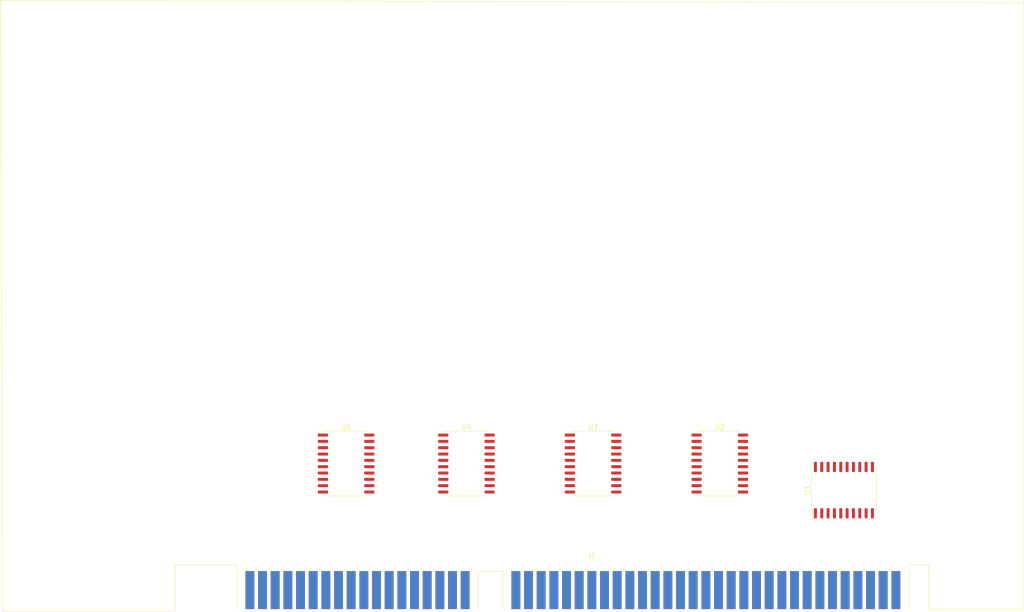
<source format=kicad_pcb>
(kicad_pcb (version 20171130) (host pcbnew "(5.1.5)-3")

  (general
    (thickness 1.6)
    (drawings 11)
    (tracks 0)
    (zones 0)
    (modules 6)
    (nets 191)
  )

  (page A4)
  (layers
    (0 F.Cu signal)
    (31 B.Cu signal)
    (32 B.Adhes user)
    (33 F.Adhes user)
    (34 B.Paste user)
    (35 F.Paste user)
    (36 B.SilkS user)
    (37 F.SilkS user)
    (38 B.Mask user)
    (39 F.Mask user)
    (40 Dwgs.User user)
    (41 Cmts.User user)
    (42 Eco1.User user)
    (43 Eco2.User user)
    (44 Edge.Cuts user)
    (45 Margin user)
    (46 B.CrtYd user)
    (47 F.CrtYd user)
    (48 B.Fab user)
    (49 F.Fab user)
  )

  (setup
    (last_trace_width 0.25)
    (trace_clearance 0.2)
    (zone_clearance 0.508)
    (zone_45_only no)
    (trace_min 0.2)
    (via_size 0.8)
    (via_drill 0.4)
    (via_min_size 0.4)
    (via_min_drill 0.3)
    (uvia_size 0.3)
    (uvia_drill 0.1)
    (uvias_allowed no)
    (uvia_min_size 0.2)
    (uvia_min_drill 0.1)
    (edge_width 0.05)
    (segment_width 0.2)
    (pcb_text_width 0.3)
    (pcb_text_size 1.5 1.5)
    (mod_edge_width 0.12)
    (mod_text_size 1 1)
    (mod_text_width 0.15)
    (pad_size 1.524 1.524)
    (pad_drill 0.762)
    (pad_to_mask_clearance 0.051)
    (solder_mask_min_width 0.25)
    (aux_axis_origin 0 0)
    (visible_elements FFFFFF7F)
    (pcbplotparams
      (layerselection 0x010fc_ffffffff)
      (usegerberextensions false)
      (usegerberattributes false)
      (usegerberadvancedattributes false)
      (creategerberjobfile false)
      (excludeedgelayer true)
      (linewidth 0.100000)
      (plotframeref false)
      (viasonmask false)
      (mode 1)
      (useauxorigin false)
      (hpglpennumber 1)
      (hpglpenspeed 20)
      (hpglpendiameter 15.000000)
      (psnegative false)
      (psa4output false)
      (plotreference true)
      (plotvalue true)
      (plotinvisibletext false)
      (padsonsilk false)
      (subtractmaskfromsilk false)
      (outputformat 1)
      (mirror false)
      (drillshape 1)
      (scaleselection 1)
      (outputdirectory ""))
  )

  (net 0 "")
  (net 1 "Net-(J1-Pad98)")
  (net 2 "Net-(J1-Pad97)")
  (net 3 "Net-(J1-Pad96)")
  (net 4 "Net-(J1-Pad95)")
  (net 5 "Net-(J1-Pad94)")
  (net 6 "Net-(J1-Pad93)")
  (net 7 "Net-(J1-Pad92)")
  (net 8 "Net-(J1-Pad91)")
  (net 9 "Net-(J1-Pad90)")
  (net 10 "Net-(J1-Pad89)")
  (net 11 "Net-(J1-Pad88)")
  (net 12 "Net-(J1-Pad87)")
  (net 13 "Net-(J1-Pad86)")
  (net 14 "Net-(J1-Pad85)")
  (net 15 "Net-(J1-Pad84)")
  (net 16 "Net-(J1-Pad83)")
  (net 17 "Net-(J1-Pad82)")
  (net 18 "Net-(J1-Pad81)")
  (net 19 "Net-(J1-Pad80)")
  (net 20 "Net-(J1-Pad79)")
  (net 21 "Net-(J1-Pad78)")
  (net 22 "Net-(J1-Pad77)")
  (net 23 "Net-(J1-Pad76)")
  (net 24 "Net-(J1-Pad75)")
  (net 25 "Net-(J1-Pad74)")
  (net 26 "Net-(J1-Pad73)")
  (net 27 "Net-(J1-Pad72)")
  (net 28 "Net-(J1-Pad71)")
  (net 29 "Net-(J1-Pad70)")
  (net 30 "Net-(J1-Pad69)")
  (net 31 "Net-(J1-Pad68)")
  (net 32 "Net-(J1-Pad67)")
  (net 33 "Net-(J1-Pad66)")
  (net 34 "Net-(J1-Pad65)")
  (net 35 "Net-(J1-Pad64)")
  (net 36 "Net-(J1-Pad63)")
  (net 37 "Net-(J1-Pad62)")
  (net 38 "Net-(J1-Pad61)")
  (net 39 "Net-(J1-Pad60)")
  (net 40 "Net-(J1-Pad59)")
  (net 41 "Net-(J1-Pad58)")
  (net 42 "Net-(J1-Pad57)")
  (net 43 "Net-(J1-Pad56)")
  (net 44 "Net-(J1-Pad55)")
  (net 45 "Net-(J1-Pad54)")
  (net 46 "Net-(J1-Pad53)")
  (net 47 "Net-(J1-Pad52)")
  (net 48 "Net-(J1-Pad51)")
  (net 49 "Net-(J1-Pad50)")
  (net 50 "Net-(J1-Pad49)")
  (net 51 "Net-(J1-Pad48)")
  (net 52 "Net-(J1-Pad47)")
  (net 53 "Net-(J1-Pad46)")
  (net 54 "Net-(J1-Pad45)")
  (net 55 "Net-(J1-Pad44)")
  (net 56 "Net-(J1-Pad43)")
  (net 57 "Net-(J1-Pad42)")
  (net 58 "Net-(J1-Pad41)")
  (net 59 "Net-(J1-Pad32)")
  (net 60 "Net-(J1-Pad31)")
  (net 61 "Net-(J1-Pad30)")
  (net 62 "Net-(J1-Pad29)")
  (net 63 "Net-(J1-Pad28)")
  (net 64 "Net-(J1-Pad27)")
  (net 65 "Net-(J1-Pad26)")
  (net 66 "Net-(J1-Pad25)")
  (net 67 "Net-(J1-Pad24)")
  (net 68 "Net-(J1-Pad23)")
  (net 69 "Net-(J1-Pad22)")
  (net 70 "Net-(J1-Pad21)")
  (net 71 "Net-(J1-Pad20)")
  (net 72 "Net-(J1-Pad19)")
  (net 73 "Net-(J1-Pad18)")
  (net 74 "Net-(J1-Pad17)")
  (net 75 "Net-(J1-Pad16)")
  (net 76 "Net-(J1-Pad15)")
  (net 77 "Net-(J1-Pad14)")
  (net 78 "Net-(J1-Pad13)")
  (net 79 "Net-(J1-Pad12)")
  (net 80 "Net-(J1-Pad11)")
  (net 81 "Net-(J1-Pad10)")
  (net 82 "Net-(J1-Pad9)")
  (net 83 "Net-(J1-Pad8)")
  (net 84 "Net-(J1-Pad7)")
  (net 85 "Net-(J1-Pad6)")
  (net 86 "Net-(J1-Pad5)")
  (net 87 "Net-(J1-Pad4)")
  (net 88 "Net-(J1-Pad3)")
  (net 89 "Net-(J1-Pad2)")
  (net 90 "Net-(J1-Pad1)")
  (net 91 "Net-(U1-Pad20)")
  (net 92 "Net-(U1-Pad19)")
  (net 93 "Net-(U1-Pad18)")
  (net 94 "Net-(U1-Pad17)")
  (net 95 "Net-(U1-Pad16)")
  (net 96 "Net-(U1-Pad15)")
  (net 97 "Net-(U1-Pad14)")
  (net 98 "Net-(U1-Pad13)")
  (net 99 "Net-(U1-Pad12)")
  (net 100 "Net-(U1-Pad11)")
  (net 101 "Net-(U1-Pad10)")
  (net 102 "Net-(U1-Pad1)")
  (net 103 "Net-(U2-Pad20)")
  (net 104 "Net-(U2-Pad19)")
  (net 105 "Net-(U2-Pad18)")
  (net 106 "Net-(U2-Pad17)")
  (net 107 "Net-(U2-Pad16)")
  (net 108 "Net-(U2-Pad15)")
  (net 109 "Net-(U2-Pad14)")
  (net 110 "Net-(U2-Pad13)")
  (net 111 "Net-(U2-Pad12)")
  (net 112 "Net-(U2-Pad11)")
  (net 113 "Net-(U2-Pad10)")
  (net 114 "Net-(U2-Pad9)")
  (net 115 "Net-(U2-Pad8)")
  (net 116 "Net-(U2-Pad7)")
  (net 117 "Net-(U2-Pad6)")
  (net 118 "Net-(U2-Pad5)")
  (net 119 "Net-(U2-Pad4)")
  (net 120 "Net-(U2-Pad3)")
  (net 121 "Net-(U2-Pad2)")
  (net 122 "Net-(U2-Pad1)")
  (net 123 "Net-(U3-Pad20)")
  (net 124 "Net-(U3-Pad19)")
  (net 125 "Net-(U3-Pad18)")
  (net 126 "Net-(U3-Pad17)")
  (net 127 "Net-(U3-Pad16)")
  (net 128 "Net-(U3-Pad15)")
  (net 129 "Net-(U3-Pad14)")
  (net 130 "Net-(U3-Pad13)")
  (net 131 "Net-(U3-Pad12)")
  (net 132 "Net-(U3-Pad11)")
  (net 133 "Net-(U3-Pad10)")
  (net 134 "Net-(U3-Pad9)")
  (net 135 "Net-(U3-Pad8)")
  (net 136 "Net-(U3-Pad7)")
  (net 137 "Net-(U3-Pad6)")
  (net 138 "Net-(U3-Pad5)")
  (net 139 "Net-(U3-Pad4)")
  (net 140 "Net-(U3-Pad3)")
  (net 141 "Net-(U3-Pad2)")
  (net 142 "Net-(U3-Pad1)")
  (net 143 "Net-(U4-Pad20)")
  (net 144 "Net-(U4-Pad19)")
  (net 145 "Net-(U4-Pad18)")
  (net 146 "Net-(U4-Pad17)")
  (net 147 "Net-(U4-Pad16)")
  (net 148 "Net-(U4-Pad15)")
  (net 149 "Net-(U4-Pad14)")
  (net 150 "Net-(U4-Pad13)")
  (net 151 "Net-(U4-Pad12)")
  (net 152 "Net-(U4-Pad11)")
  (net 153 "Net-(U4-Pad10)")
  (net 154 "Net-(U4-Pad9)")
  (net 155 "Net-(U4-Pad8)")
  (net 156 "Net-(U4-Pad7)")
  (net 157 "Net-(U4-Pad6)")
  (net 158 "Net-(U4-Pad5)")
  (net 159 "Net-(U4-Pad4)")
  (net 160 "Net-(U4-Pad3)")
  (net 161 "Net-(U4-Pad2)")
  (net 162 "Net-(U4-Pad1)")
  (net 163 "Net-(U5-Pad20)")
  (net 164 "Net-(U5-Pad19)")
  (net 165 "Net-(U5-Pad18)")
  (net 166 "Net-(U5-Pad17)")
  (net 167 "Net-(U5-Pad16)")
  (net 168 "Net-(U5-Pad15)")
  (net 169 "Net-(U5-Pad14)")
  (net 170 "Net-(U5-Pad13)")
  (net 171 "Net-(U5-Pad12)")
  (net 172 "Net-(U5-Pad11)")
  (net 173 "Net-(U5-Pad10)")
  (net 174 "Net-(U5-Pad9)")
  (net 175 "Net-(U5-Pad8)")
  (net 176 "Net-(U5-Pad7)")
  (net 177 "Net-(U5-Pad6)")
  (net 178 "Net-(U5-Pad5)")
  (net 179 "Net-(U5-Pad4)")
  (net 180 "Net-(U5-Pad3)")
  (net 181 "Net-(U5-Pad2)")
  (net 182 "Net-(U5-Pad1)")
  (net 183 /DB0)
  (net 184 /DB1)
  (net 185 /DB2)
  (net 186 /DB3)
  (net 187 /DB4)
  (net 188 /DB5)
  (net 189 /DB6)
  (net 190 /DB7)

  (net_class Default "This is the default net class."
    (clearance 0.2)
    (trace_width 0.25)
    (via_dia 0.8)
    (via_drill 0.4)
    (uvia_dia 0.3)
    (uvia_drill 0.1)
    (add_net /DB0)
    (add_net /DB1)
    (add_net /DB2)
    (add_net /DB3)
    (add_net /DB4)
    (add_net /DB5)
    (add_net /DB6)
    (add_net /DB7)
    (add_net "Net-(J1-Pad1)")
    (add_net "Net-(J1-Pad10)")
    (add_net "Net-(J1-Pad11)")
    (add_net "Net-(J1-Pad12)")
    (add_net "Net-(J1-Pad13)")
    (add_net "Net-(J1-Pad14)")
    (add_net "Net-(J1-Pad15)")
    (add_net "Net-(J1-Pad16)")
    (add_net "Net-(J1-Pad17)")
    (add_net "Net-(J1-Pad18)")
    (add_net "Net-(J1-Pad19)")
    (add_net "Net-(J1-Pad2)")
    (add_net "Net-(J1-Pad20)")
    (add_net "Net-(J1-Pad21)")
    (add_net "Net-(J1-Pad22)")
    (add_net "Net-(J1-Pad23)")
    (add_net "Net-(J1-Pad24)")
    (add_net "Net-(J1-Pad25)")
    (add_net "Net-(J1-Pad26)")
    (add_net "Net-(J1-Pad27)")
    (add_net "Net-(J1-Pad28)")
    (add_net "Net-(J1-Pad29)")
    (add_net "Net-(J1-Pad3)")
    (add_net "Net-(J1-Pad30)")
    (add_net "Net-(J1-Pad31)")
    (add_net "Net-(J1-Pad32)")
    (add_net "Net-(J1-Pad4)")
    (add_net "Net-(J1-Pad41)")
    (add_net "Net-(J1-Pad42)")
    (add_net "Net-(J1-Pad43)")
    (add_net "Net-(J1-Pad44)")
    (add_net "Net-(J1-Pad45)")
    (add_net "Net-(J1-Pad46)")
    (add_net "Net-(J1-Pad47)")
    (add_net "Net-(J1-Pad48)")
    (add_net "Net-(J1-Pad49)")
    (add_net "Net-(J1-Pad5)")
    (add_net "Net-(J1-Pad50)")
    (add_net "Net-(J1-Pad51)")
    (add_net "Net-(J1-Pad52)")
    (add_net "Net-(J1-Pad53)")
    (add_net "Net-(J1-Pad54)")
    (add_net "Net-(J1-Pad55)")
    (add_net "Net-(J1-Pad56)")
    (add_net "Net-(J1-Pad57)")
    (add_net "Net-(J1-Pad58)")
    (add_net "Net-(J1-Pad59)")
    (add_net "Net-(J1-Pad6)")
    (add_net "Net-(J1-Pad60)")
    (add_net "Net-(J1-Pad61)")
    (add_net "Net-(J1-Pad62)")
    (add_net "Net-(J1-Pad63)")
    (add_net "Net-(J1-Pad64)")
    (add_net "Net-(J1-Pad65)")
    (add_net "Net-(J1-Pad66)")
    (add_net "Net-(J1-Pad67)")
    (add_net "Net-(J1-Pad68)")
    (add_net "Net-(J1-Pad69)")
    (add_net "Net-(J1-Pad7)")
    (add_net "Net-(J1-Pad70)")
    (add_net "Net-(J1-Pad71)")
    (add_net "Net-(J1-Pad72)")
    (add_net "Net-(J1-Pad73)")
    (add_net "Net-(J1-Pad74)")
    (add_net "Net-(J1-Pad75)")
    (add_net "Net-(J1-Pad76)")
    (add_net "Net-(J1-Pad77)")
    (add_net "Net-(J1-Pad78)")
    (add_net "Net-(J1-Pad79)")
    (add_net "Net-(J1-Pad8)")
    (add_net "Net-(J1-Pad80)")
    (add_net "Net-(J1-Pad81)")
    (add_net "Net-(J1-Pad82)")
    (add_net "Net-(J1-Pad83)")
    (add_net "Net-(J1-Pad84)")
    (add_net "Net-(J1-Pad85)")
    (add_net "Net-(J1-Pad86)")
    (add_net "Net-(J1-Pad87)")
    (add_net "Net-(J1-Pad88)")
    (add_net "Net-(J1-Pad89)")
    (add_net "Net-(J1-Pad9)")
    (add_net "Net-(J1-Pad90)")
    (add_net "Net-(J1-Pad91)")
    (add_net "Net-(J1-Pad92)")
    (add_net "Net-(J1-Pad93)")
    (add_net "Net-(J1-Pad94)")
    (add_net "Net-(J1-Pad95)")
    (add_net "Net-(J1-Pad96)")
    (add_net "Net-(J1-Pad97)")
    (add_net "Net-(J1-Pad98)")
    (add_net "Net-(U1-Pad1)")
    (add_net "Net-(U1-Pad10)")
    (add_net "Net-(U1-Pad11)")
    (add_net "Net-(U1-Pad12)")
    (add_net "Net-(U1-Pad13)")
    (add_net "Net-(U1-Pad14)")
    (add_net "Net-(U1-Pad15)")
    (add_net "Net-(U1-Pad16)")
    (add_net "Net-(U1-Pad17)")
    (add_net "Net-(U1-Pad18)")
    (add_net "Net-(U1-Pad19)")
    (add_net "Net-(U1-Pad20)")
    (add_net "Net-(U2-Pad1)")
    (add_net "Net-(U2-Pad10)")
    (add_net "Net-(U2-Pad11)")
    (add_net "Net-(U2-Pad12)")
    (add_net "Net-(U2-Pad13)")
    (add_net "Net-(U2-Pad14)")
    (add_net "Net-(U2-Pad15)")
    (add_net "Net-(U2-Pad16)")
    (add_net "Net-(U2-Pad17)")
    (add_net "Net-(U2-Pad18)")
    (add_net "Net-(U2-Pad19)")
    (add_net "Net-(U2-Pad2)")
    (add_net "Net-(U2-Pad20)")
    (add_net "Net-(U2-Pad3)")
    (add_net "Net-(U2-Pad4)")
    (add_net "Net-(U2-Pad5)")
    (add_net "Net-(U2-Pad6)")
    (add_net "Net-(U2-Pad7)")
    (add_net "Net-(U2-Pad8)")
    (add_net "Net-(U2-Pad9)")
    (add_net "Net-(U3-Pad1)")
    (add_net "Net-(U3-Pad10)")
    (add_net "Net-(U3-Pad11)")
    (add_net "Net-(U3-Pad12)")
    (add_net "Net-(U3-Pad13)")
    (add_net "Net-(U3-Pad14)")
    (add_net "Net-(U3-Pad15)")
    (add_net "Net-(U3-Pad16)")
    (add_net "Net-(U3-Pad17)")
    (add_net "Net-(U3-Pad18)")
    (add_net "Net-(U3-Pad19)")
    (add_net "Net-(U3-Pad2)")
    (add_net "Net-(U3-Pad20)")
    (add_net "Net-(U3-Pad3)")
    (add_net "Net-(U3-Pad4)")
    (add_net "Net-(U3-Pad5)")
    (add_net "Net-(U3-Pad6)")
    (add_net "Net-(U3-Pad7)")
    (add_net "Net-(U3-Pad8)")
    (add_net "Net-(U3-Pad9)")
    (add_net "Net-(U4-Pad1)")
    (add_net "Net-(U4-Pad10)")
    (add_net "Net-(U4-Pad11)")
    (add_net "Net-(U4-Pad12)")
    (add_net "Net-(U4-Pad13)")
    (add_net "Net-(U4-Pad14)")
    (add_net "Net-(U4-Pad15)")
    (add_net "Net-(U4-Pad16)")
    (add_net "Net-(U4-Pad17)")
    (add_net "Net-(U4-Pad18)")
    (add_net "Net-(U4-Pad19)")
    (add_net "Net-(U4-Pad2)")
    (add_net "Net-(U4-Pad20)")
    (add_net "Net-(U4-Pad3)")
    (add_net "Net-(U4-Pad4)")
    (add_net "Net-(U4-Pad5)")
    (add_net "Net-(U4-Pad6)")
    (add_net "Net-(U4-Pad7)")
    (add_net "Net-(U4-Pad8)")
    (add_net "Net-(U4-Pad9)")
    (add_net "Net-(U5-Pad1)")
    (add_net "Net-(U5-Pad10)")
    (add_net "Net-(U5-Pad11)")
    (add_net "Net-(U5-Pad12)")
    (add_net "Net-(U5-Pad13)")
    (add_net "Net-(U5-Pad14)")
    (add_net "Net-(U5-Pad15)")
    (add_net "Net-(U5-Pad16)")
    (add_net "Net-(U5-Pad17)")
    (add_net "Net-(U5-Pad18)")
    (add_net "Net-(U5-Pad19)")
    (add_net "Net-(U5-Pad2)")
    (add_net "Net-(U5-Pad20)")
    (add_net "Net-(U5-Pad3)")
    (add_net "Net-(U5-Pad4)")
    (add_net "Net-(U5-Pad5)")
    (add_net "Net-(U5-Pad6)")
    (add_net "Net-(U5-Pad7)")
    (add_net "Net-(U5-Pad8)")
    (add_net "Net-(U5-Pad9)")
  )

  (module Connector_PCBEdge:BUS_AT (layer F.Cu) (tedit 5A1AAD44) (tstamp 5E5ED79B)
    (at 214.376 132.08)
    (descr "AT ISA 16 bits Bus Edge Connector")
    (tags "BUS ISA AT Edge connector")
    (path /5E5ECE2C)
    (attr virtual)
    (fp_text reference J1 (at -60.96 -6.99) (layer F.SilkS)
      (effects (font (size 1 1) (thickness 0.15)))
    )
    (fp_text value Bus_ISA_16bit (at -81.91 -6.99) (layer F.Fab)
      (effects (font (size 1 1) (thickness 0.15)))
    )
    (fp_line (start 2.79 4.06) (end -132.33 4.06) (layer F.CrtYd) (width 0.05))
    (fp_line (start 2.79 4.06) (end 2.79 -5.33) (layer F.CrtYd) (width 0.05))
    (fp_line (start -132.33 -5.33) (end -132.33 4.06) (layer F.CrtYd) (width 0.05))
    (fp_line (start -132.33 -5.33) (end 2.79 -5.33) (layer F.CrtYd) (width 0.05))
    (fp_line (start 2.54 -5.08) (end 2.54 3.81) (layer F.Fab) (width 0.1))
    (fp_line (start -132.08 -5.08) (end 2.54 -5.08) (layer F.Fab) (width 0.1))
    (fp_line (start -132.08 3.81) (end -132.08 -5.08) (layer F.Fab) (width 0.1))
    (fp_line (start -83.82 3.81) (end -132.08 3.81) (layer F.Fab) (width 0.1))
    (fp_line (start -83.82 -3.81) (end -83.82 3.81) (layer F.Fab) (width 0.1))
    (fp_line (start -78.74 -3.81) (end -83.82 -3.81) (layer F.Fab) (width 0.1))
    (fp_line (start -78.74 3.81) (end -78.74 -3.81) (layer F.Fab) (width 0.1))
    (fp_line (start 2.54 3.81) (end -78.74 3.81) (layer F.Fab) (width 0.1))
    (fp_line (start -132.15 -5.1) (end -132.55 -5.1) (layer F.SilkS) (width 0.12))
    (fp_line (start -132.15 3.85) (end -132.15 -5.1) (layer F.SilkS) (width 0.12))
    (fp_line (start -78.8 -3.75) (end -78.8 3.85) (layer F.SilkS) (width 0.12))
    (fp_line (start -83.75 -3.75) (end -78.8 -3.75) (layer F.SilkS) (width 0.12))
    (fp_line (start -83.75 3.85) (end -83.75 -3.75) (layer F.SilkS) (width 0.12))
    (fp_line (start 2.6 -5.1) (end 3 -5.1) (layer F.SilkS) (width 0.12))
    (fp_line (start 2.6 3.85) (end 2.6 -5.1) (layer F.SilkS) (width 0.12))
    (fp_text user %R (at -64.77 -0.635) (layer F.Fab)
      (effects (font (size 1 1) (thickness 0.15)))
    )
    (pad 98 connect rect (at -129.54 0) (size 1.78 7.62) (layers F.Cu F.Mask)
      (net 1 "Net-(J1-Pad98)"))
    (pad 97 connect rect (at -127 0) (size 1.78 7.62) (layers F.Cu F.Mask)
      (net 2 "Net-(J1-Pad97)"))
    (pad 96 connect rect (at -124.46 0) (size 1.78 7.62) (layers F.Cu F.Mask)
      (net 3 "Net-(J1-Pad96)"))
    (pad 95 connect rect (at -121.92 0) (size 1.78 7.62) (layers F.Cu F.Mask)
      (net 4 "Net-(J1-Pad95)"))
    (pad 94 connect rect (at -119.38 0) (size 1.78 7.62) (layers F.Cu F.Mask)
      (net 5 "Net-(J1-Pad94)"))
    (pad 93 connect rect (at -116.84 0) (size 1.78 7.62) (layers F.Cu F.Mask)
      (net 6 "Net-(J1-Pad93)"))
    (pad 92 connect rect (at -114.3 0) (size 1.78 7.62) (layers F.Cu F.Mask)
      (net 7 "Net-(J1-Pad92)"))
    (pad 91 connect rect (at -111.76 0) (size 1.78 7.62) (layers F.Cu F.Mask)
      (net 8 "Net-(J1-Pad91)"))
    (pad 90 connect rect (at -109.22 0) (size 1.78 7.62) (layers F.Cu F.Mask)
      (net 9 "Net-(J1-Pad90)"))
    (pad 89 connect rect (at -106.68 0) (size 1.78 7.62) (layers F.Cu F.Mask)
      (net 10 "Net-(J1-Pad89)"))
    (pad 88 connect rect (at -104.14 0) (size 1.78 7.62) (layers F.Cu F.Mask)
      (net 11 "Net-(J1-Pad88)"))
    (pad 87 connect rect (at -101.6 0) (size 1.78 7.62) (layers F.Cu F.Mask)
      (net 12 "Net-(J1-Pad87)"))
    (pad 86 connect rect (at -99.06 0) (size 1.78 7.62) (layers F.Cu F.Mask)
      (net 13 "Net-(J1-Pad86)"))
    (pad 85 connect rect (at -96.52 0) (size 1.78 7.62) (layers F.Cu F.Mask)
      (net 14 "Net-(J1-Pad85)"))
    (pad 84 connect rect (at -93.98 0) (size 1.78 7.62) (layers F.Cu F.Mask)
      (net 15 "Net-(J1-Pad84)"))
    (pad 83 connect rect (at -91.44 0) (size 1.78 7.62) (layers F.Cu F.Mask)
      (net 16 "Net-(J1-Pad83)"))
    (pad 82 connect rect (at -88.9 0) (size 1.78 7.62) (layers F.Cu F.Mask)
      (net 17 "Net-(J1-Pad82)"))
    (pad 81 connect rect (at -86.36 0) (size 1.78 7.62) (layers F.Cu F.Mask)
      (net 18 "Net-(J1-Pad81)"))
    (pad 80 connect rect (at -129.54 0) (size 1.78 7.62) (layers B.Cu B.Mask)
      (net 19 "Net-(J1-Pad80)"))
    (pad 79 connect rect (at -127 0) (size 1.78 7.62) (layers B.Cu B.Mask)
      (net 20 "Net-(J1-Pad79)"))
    (pad 78 connect rect (at -124.46 0) (size 1.78 7.62) (layers B.Cu B.Mask)
      (net 21 "Net-(J1-Pad78)"))
    (pad 77 connect rect (at -121.92 0) (size 1.78 7.62) (layers B.Cu B.Mask)
      (net 22 "Net-(J1-Pad77)"))
    (pad 76 connect rect (at -119.38 0) (size 1.78 7.62) (layers B.Cu B.Mask)
      (net 23 "Net-(J1-Pad76)"))
    (pad 75 connect rect (at -116.84 0) (size 1.78 7.62) (layers B.Cu B.Mask)
      (net 24 "Net-(J1-Pad75)"))
    (pad 74 connect rect (at -114.3 0) (size 1.78 7.62) (layers B.Cu B.Mask)
      (net 25 "Net-(J1-Pad74)"))
    (pad 73 connect rect (at -111.76 0) (size 1.78 7.62) (layers B.Cu B.Mask)
      (net 26 "Net-(J1-Pad73)"))
    (pad 72 connect rect (at -109.22 0) (size 1.78 7.62) (layers B.Cu B.Mask)
      (net 27 "Net-(J1-Pad72)"))
    (pad 71 connect rect (at -106.68 0) (size 1.78 7.62) (layers B.Cu B.Mask)
      (net 28 "Net-(J1-Pad71)"))
    (pad 70 connect rect (at -104.14 0) (size 1.78 7.62) (layers B.Cu B.Mask)
      (net 29 "Net-(J1-Pad70)"))
    (pad 69 connect rect (at -101.6 0) (size 1.78 7.62) (layers B.Cu B.Mask)
      (net 30 "Net-(J1-Pad69)"))
    (pad 68 connect rect (at -99.06 0) (size 1.78 7.62) (layers B.Cu B.Mask)
      (net 31 "Net-(J1-Pad68)"))
    (pad 67 connect rect (at -96.52 0) (size 1.78 7.62) (layers B.Cu B.Mask)
      (net 32 "Net-(J1-Pad67)"))
    (pad 66 connect rect (at -93.98 0) (size 1.78 7.62) (layers B.Cu B.Mask)
      (net 33 "Net-(J1-Pad66)"))
    (pad 65 connect rect (at -91.44 0) (size 1.78 7.62) (layers B.Cu B.Mask)
      (net 34 "Net-(J1-Pad65)"))
    (pad 64 connect rect (at -88.9 0) (size 1.78 7.62) (layers B.Cu B.Mask)
      (net 35 "Net-(J1-Pad64)"))
    (pad 63 connect rect (at -86.36 0) (size 1.78 7.62) (layers B.Cu B.Mask)
      (net 36 "Net-(J1-Pad63)"))
    (pad 62 connect rect (at -76.2 0) (size 1.78 7.62) (layers F.Cu F.Mask)
      (net 37 "Net-(J1-Pad62)"))
    (pad 61 connect rect (at -73.66 0) (size 1.78 7.62) (layers F.Cu F.Mask)
      (net 38 "Net-(J1-Pad61)"))
    (pad 60 connect rect (at -71.12 0) (size 1.78 7.62) (layers F.Cu F.Mask)
      (net 39 "Net-(J1-Pad60)"))
    (pad 59 connect rect (at -68.58 0) (size 1.78 7.62) (layers F.Cu F.Mask)
      (net 40 "Net-(J1-Pad59)"))
    (pad 58 connect rect (at -66.04 0) (size 1.78 7.62) (layers F.Cu F.Mask)
      (net 41 "Net-(J1-Pad58)"))
    (pad 57 connect rect (at -63.5 0) (size 1.78 7.62) (layers F.Cu F.Mask)
      (net 42 "Net-(J1-Pad57)"))
    (pad 56 connect rect (at -60.96 0) (size 1.78 7.62) (layers F.Cu F.Mask)
      (net 43 "Net-(J1-Pad56)"))
    (pad 55 connect rect (at -58.42 0) (size 1.78 7.62) (layers F.Cu F.Mask)
      (net 44 "Net-(J1-Pad55)"))
    (pad 54 connect rect (at -55.88 0) (size 1.78 7.62) (layers F.Cu F.Mask)
      (net 45 "Net-(J1-Pad54)"))
    (pad 53 connect rect (at -53.34 0) (size 1.78 7.62) (layers F.Cu F.Mask)
      (net 46 "Net-(J1-Pad53)"))
    (pad 52 connect rect (at -50.8 0) (size 1.78 7.62) (layers F.Cu F.Mask)
      (net 47 "Net-(J1-Pad52)"))
    (pad 51 connect rect (at -48.26 0) (size 1.78 7.62) (layers F.Cu F.Mask)
      (net 48 "Net-(J1-Pad51)"))
    (pad 50 connect rect (at -45.72 0) (size 1.78 7.62) (layers F.Cu F.Mask)
      (net 49 "Net-(J1-Pad50)"))
    (pad 49 connect rect (at -43.18 0) (size 1.78 7.62) (layers F.Cu F.Mask)
      (net 50 "Net-(J1-Pad49)"))
    (pad 48 connect rect (at -40.64 0) (size 1.78 7.62) (layers F.Cu F.Mask)
      (net 51 "Net-(J1-Pad48)"))
    (pad 47 connect rect (at -38.1 0) (size 1.78 7.62) (layers F.Cu F.Mask)
      (net 52 "Net-(J1-Pad47)"))
    (pad 46 connect rect (at -35.56 0) (size 1.78 7.62) (layers F.Cu F.Mask)
      (net 53 "Net-(J1-Pad46)"))
    (pad 45 connect rect (at -33.02 0) (size 1.78 7.62) (layers F.Cu F.Mask)
      (net 54 "Net-(J1-Pad45)"))
    (pad 44 connect rect (at -30.48 0) (size 1.78 7.62) (layers F.Cu F.Mask)
      (net 55 "Net-(J1-Pad44)"))
    (pad 43 connect rect (at -27.94 0) (size 1.78 7.62) (layers F.Cu F.Mask)
      (net 56 "Net-(J1-Pad43)"))
    (pad 42 connect rect (at -25.4 0) (size 1.78 7.62) (layers F.Cu F.Mask)
      (net 57 "Net-(J1-Pad42)"))
    (pad 41 connect rect (at -22.86 0) (size 1.78 7.62) (layers F.Cu F.Mask)
      (net 58 "Net-(J1-Pad41)"))
    (pad 40 connect rect (at -20.32 0) (size 1.78 7.62) (layers F.Cu F.Mask)
      (net 183 /DB0))
    (pad 39 connect rect (at -17.78 0) (size 1.78 7.62) (layers F.Cu F.Mask)
      (net 184 /DB1))
    (pad 38 connect rect (at -15.24 0) (size 1.78 7.62) (layers F.Cu F.Mask)
      (net 185 /DB2))
    (pad 37 connect rect (at -12.7 0) (size 1.78 7.62) (layers F.Cu F.Mask)
      (net 186 /DB3))
    (pad 36 connect rect (at -10.16 0) (size 1.78 7.62) (layers F.Cu F.Mask)
      (net 187 /DB4))
    (pad 35 connect rect (at -7.62 0) (size 1.78 7.62) (layers F.Cu F.Mask)
      (net 188 /DB5))
    (pad 34 connect rect (at -5.08 0) (size 1.78 7.62) (layers F.Cu F.Mask)
      (net 189 /DB6))
    (pad 33 connect rect (at -2.54 0) (size 1.78 7.62) (layers F.Cu F.Mask)
      (net 190 /DB7))
    (pad 32 connect rect (at 0 0) (size 1.78 7.62) (layers F.Cu F.Mask)
      (net 59 "Net-(J1-Pad32)"))
    (pad 31 connect rect (at -76.2 0) (size 1.78 7.62) (layers B.Cu B.Mask)
      (net 60 "Net-(J1-Pad31)"))
    (pad 30 connect rect (at -73.66 0) (size 1.78 7.62) (layers B.Cu B.Mask)
      (net 61 "Net-(J1-Pad30)"))
    (pad 29 connect rect (at -71.12 0) (size 1.78 7.62) (layers B.Cu B.Mask)
      (net 62 "Net-(J1-Pad29)"))
    (pad 28 connect rect (at -68.58 0) (size 1.78 7.62) (layers B.Cu B.Mask)
      (net 63 "Net-(J1-Pad28)"))
    (pad 27 connect rect (at -66.04 0) (size 1.78 7.62) (layers B.Cu B.Mask)
      (net 64 "Net-(J1-Pad27)"))
    (pad 26 connect rect (at -63.5 0) (size 1.78 7.62) (layers B.Cu B.Mask)
      (net 65 "Net-(J1-Pad26)"))
    (pad 25 connect rect (at -60.96 0) (size 1.78 7.62) (layers B.Cu B.Mask)
      (net 66 "Net-(J1-Pad25)"))
    (pad 24 connect rect (at -58.42 0) (size 1.78 7.62) (layers B.Cu B.Mask)
      (net 67 "Net-(J1-Pad24)"))
    (pad 23 connect rect (at -55.88 0) (size 1.78 7.62) (layers B.Cu B.Mask)
      (net 68 "Net-(J1-Pad23)"))
    (pad 22 connect rect (at -53.34 0) (size 1.78 7.62) (layers B.Cu B.Mask)
      (net 69 "Net-(J1-Pad22)"))
    (pad 21 connect rect (at -50.8 0) (size 1.78 7.62) (layers B.Cu B.Mask)
      (net 70 "Net-(J1-Pad21)"))
    (pad 20 connect rect (at -48.26 0) (size 1.78 7.62) (layers B.Cu B.Mask)
      (net 71 "Net-(J1-Pad20)"))
    (pad 19 connect rect (at -45.72 0) (size 1.78 7.62) (layers B.Cu B.Mask)
      (net 72 "Net-(J1-Pad19)"))
    (pad 18 connect rect (at -43.18 0) (size 1.78 7.62) (layers B.Cu B.Mask)
      (net 73 "Net-(J1-Pad18)"))
    (pad 17 connect rect (at -40.64 0) (size 1.78 7.62) (layers B.Cu B.Mask)
      (net 74 "Net-(J1-Pad17)"))
    (pad 16 connect rect (at -38.1 0) (size 1.78 7.62) (layers B.Cu B.Mask)
      (net 75 "Net-(J1-Pad16)"))
    (pad 15 connect rect (at -35.56 0) (size 1.78 7.62) (layers B.Cu B.Mask)
      (net 76 "Net-(J1-Pad15)"))
    (pad 14 connect rect (at -33.02 0) (size 1.78 7.62) (layers B.Cu B.Mask)
      (net 77 "Net-(J1-Pad14)"))
    (pad 13 connect rect (at -30.48 0) (size 1.78 7.62) (layers B.Cu B.Mask)
      (net 78 "Net-(J1-Pad13)"))
    (pad 12 connect rect (at -27.94 0) (size 1.78 7.62) (layers B.Cu B.Mask)
      (net 79 "Net-(J1-Pad12)"))
    (pad 11 connect rect (at -25.4 0) (size 1.78 7.62) (layers B.Cu B.Mask)
      (net 80 "Net-(J1-Pad11)"))
    (pad 10 connect rect (at -22.86 0) (size 1.78 7.62) (layers B.Cu B.Mask)
      (net 81 "Net-(J1-Pad10)"))
    (pad 9 connect rect (at -20.32 0) (size 1.78 7.62) (layers B.Cu B.Mask)
      (net 82 "Net-(J1-Pad9)"))
    (pad 8 connect rect (at -17.78 0) (size 1.78 7.62) (layers B.Cu B.Mask)
      (net 83 "Net-(J1-Pad8)"))
    (pad 7 connect rect (at -15.24 0) (size 1.78 7.62) (layers B.Cu B.Mask)
      (net 84 "Net-(J1-Pad7)"))
    (pad 6 connect rect (at -12.7 0) (size 1.78 7.62) (layers B.Cu B.Mask)
      (net 85 "Net-(J1-Pad6)"))
    (pad 5 connect rect (at -10.16 0) (size 1.78 7.62) (layers B.Cu B.Mask)
      (net 86 "Net-(J1-Pad5)"))
    (pad 4 connect rect (at -7.62 0) (size 1.78 7.62) (layers B.Cu B.Mask)
      (net 87 "Net-(J1-Pad4)"))
    (pad 3 connect rect (at -5.08 0) (size 1.78 7.62) (layers B.Cu B.Mask)
      (net 88 "Net-(J1-Pad3)"))
    (pad 2 connect rect (at -2.54 0) (size 1.78 7.62) (layers B.Cu B.Mask)
      (net 89 "Net-(J1-Pad2)"))
    (pad 1 connect rect (at 0 0) (size 1.78 7.62) (layers B.Cu B.Mask)
      (net 90 "Net-(J1-Pad1)"))
  )

  (module Package_SO:SOIC-20W_7.5x12.8mm_P1.27mm (layer F.Cu) (tedit 5D9F72B1) (tstamp 5E5ED872)
    (at 104.14 106.68)
    (descr "SOIC, 20 Pin (JEDEC MS-013AC, https://www.analog.com/media/en/package-pcb-resources/package/233848rw_20.pdf), generated with kicad-footprint-generator ipc_gullwing_generator.py")
    (tags "SOIC SO")
    (path /5E6026A8)
    (attr smd)
    (fp_text reference U5 (at 0 -7.35) (layer F.SilkS)
      (effects (font (size 1 1) (thickness 0.15)))
    )
    (fp_text value 74LVC245 (at 0 7.35) (layer F.Fab)
      (effects (font (size 1 1) (thickness 0.15)))
    )
    (fp_text user %R (at 0 0) (layer F.Fab)
      (effects (font (size 1 1) (thickness 0.15)))
    )
    (fp_line (start 5.93 -6.65) (end -5.93 -6.65) (layer F.CrtYd) (width 0.05))
    (fp_line (start 5.93 6.65) (end 5.93 -6.65) (layer F.CrtYd) (width 0.05))
    (fp_line (start -5.93 6.65) (end 5.93 6.65) (layer F.CrtYd) (width 0.05))
    (fp_line (start -5.93 -6.65) (end -5.93 6.65) (layer F.CrtYd) (width 0.05))
    (fp_line (start -3.75 -5.4) (end -2.75 -6.4) (layer F.Fab) (width 0.1))
    (fp_line (start -3.75 6.4) (end -3.75 -5.4) (layer F.Fab) (width 0.1))
    (fp_line (start 3.75 6.4) (end -3.75 6.4) (layer F.Fab) (width 0.1))
    (fp_line (start 3.75 -6.4) (end 3.75 6.4) (layer F.Fab) (width 0.1))
    (fp_line (start -2.75 -6.4) (end 3.75 -6.4) (layer F.Fab) (width 0.1))
    (fp_line (start -3.86 -6.275) (end -5.675 -6.275) (layer F.SilkS) (width 0.12))
    (fp_line (start -3.86 -6.51) (end -3.86 -6.275) (layer F.SilkS) (width 0.12))
    (fp_line (start 0 -6.51) (end -3.86 -6.51) (layer F.SilkS) (width 0.12))
    (fp_line (start 3.86 -6.51) (end 3.86 -6.275) (layer F.SilkS) (width 0.12))
    (fp_line (start 0 -6.51) (end 3.86 -6.51) (layer F.SilkS) (width 0.12))
    (fp_line (start -3.86 6.51) (end -3.86 6.275) (layer F.SilkS) (width 0.12))
    (fp_line (start 0 6.51) (end -3.86 6.51) (layer F.SilkS) (width 0.12))
    (fp_line (start 3.86 6.51) (end 3.86 6.275) (layer F.SilkS) (width 0.12))
    (fp_line (start 0 6.51) (end 3.86 6.51) (layer F.SilkS) (width 0.12))
    (pad 20 smd roundrect (at 4.65 -5.715) (size 2.05 0.6) (layers F.Cu F.Paste F.Mask) (roundrect_rratio 0.25)
      (net 163 "Net-(U5-Pad20)"))
    (pad 19 smd roundrect (at 4.65 -4.445) (size 2.05 0.6) (layers F.Cu F.Paste F.Mask) (roundrect_rratio 0.25)
      (net 164 "Net-(U5-Pad19)"))
    (pad 18 smd roundrect (at 4.65 -3.175) (size 2.05 0.6) (layers F.Cu F.Paste F.Mask) (roundrect_rratio 0.25)
      (net 165 "Net-(U5-Pad18)"))
    (pad 17 smd roundrect (at 4.65 -1.905) (size 2.05 0.6) (layers F.Cu F.Paste F.Mask) (roundrect_rratio 0.25)
      (net 166 "Net-(U5-Pad17)"))
    (pad 16 smd roundrect (at 4.65 -0.635) (size 2.05 0.6) (layers F.Cu F.Paste F.Mask) (roundrect_rratio 0.25)
      (net 167 "Net-(U5-Pad16)"))
    (pad 15 smd roundrect (at 4.65 0.635) (size 2.05 0.6) (layers F.Cu F.Paste F.Mask) (roundrect_rratio 0.25)
      (net 168 "Net-(U5-Pad15)"))
    (pad 14 smd roundrect (at 4.65 1.905) (size 2.05 0.6) (layers F.Cu F.Paste F.Mask) (roundrect_rratio 0.25)
      (net 169 "Net-(U5-Pad14)"))
    (pad 13 smd roundrect (at 4.65 3.175) (size 2.05 0.6) (layers F.Cu F.Paste F.Mask) (roundrect_rratio 0.25)
      (net 170 "Net-(U5-Pad13)"))
    (pad 12 smd roundrect (at 4.65 4.445) (size 2.05 0.6) (layers F.Cu F.Paste F.Mask) (roundrect_rratio 0.25)
      (net 171 "Net-(U5-Pad12)"))
    (pad 11 smd roundrect (at 4.65 5.715) (size 2.05 0.6) (layers F.Cu F.Paste F.Mask) (roundrect_rratio 0.25)
      (net 172 "Net-(U5-Pad11)"))
    (pad 10 smd roundrect (at -4.65 5.715) (size 2.05 0.6) (layers F.Cu F.Paste F.Mask) (roundrect_rratio 0.25)
      (net 173 "Net-(U5-Pad10)"))
    (pad 9 smd roundrect (at -4.65 4.445) (size 2.05 0.6) (layers F.Cu F.Paste F.Mask) (roundrect_rratio 0.25)
      (net 174 "Net-(U5-Pad9)"))
    (pad 8 smd roundrect (at -4.65 3.175) (size 2.05 0.6) (layers F.Cu F.Paste F.Mask) (roundrect_rratio 0.25)
      (net 175 "Net-(U5-Pad8)"))
    (pad 7 smd roundrect (at -4.65 1.905) (size 2.05 0.6) (layers F.Cu F.Paste F.Mask) (roundrect_rratio 0.25)
      (net 176 "Net-(U5-Pad7)"))
    (pad 6 smd roundrect (at -4.65 0.635) (size 2.05 0.6) (layers F.Cu F.Paste F.Mask) (roundrect_rratio 0.25)
      (net 177 "Net-(U5-Pad6)"))
    (pad 5 smd roundrect (at -4.65 -0.635) (size 2.05 0.6) (layers F.Cu F.Paste F.Mask) (roundrect_rratio 0.25)
      (net 178 "Net-(U5-Pad5)"))
    (pad 4 smd roundrect (at -4.65 -1.905) (size 2.05 0.6) (layers F.Cu F.Paste F.Mask) (roundrect_rratio 0.25)
      (net 179 "Net-(U5-Pad4)"))
    (pad 3 smd roundrect (at -4.65 -3.175) (size 2.05 0.6) (layers F.Cu F.Paste F.Mask) (roundrect_rratio 0.25)
      (net 180 "Net-(U5-Pad3)"))
    (pad 2 smd roundrect (at -4.65 -4.445) (size 2.05 0.6) (layers F.Cu F.Paste F.Mask) (roundrect_rratio 0.25)
      (net 181 "Net-(U5-Pad2)"))
    (pad 1 smd roundrect (at -4.65 -5.715) (size 2.05 0.6) (layers F.Cu F.Paste F.Mask) (roundrect_rratio 0.25)
      (net 182 "Net-(U5-Pad1)"))
    (model ${KISYS3DMOD}/Package_SO.3dshapes/SOIC-20W_7.5x12.8mm_P1.27mm.wrl
      (at (xyz 0 0 0))
      (scale (xyz 1 1 1))
      (rotate (xyz 0 0 0))
    )
  )

  (module Package_SO:SOIC-20W_7.5x12.8mm_P1.27mm (layer F.Cu) (tedit 5D9F72B1) (tstamp 5E5ED847)
    (at 128.27 106.68)
    (descr "SOIC, 20 Pin (JEDEC MS-013AC, https://www.analog.com/media/en/package-pcb-resources/package/233848rw_20.pdf), generated with kicad-footprint-generator ipc_gullwing_generator.py")
    (tags "SOIC SO")
    (path /5E5F2EF2)
    (attr smd)
    (fp_text reference U4 (at 0 -7.35) (layer F.SilkS)
      (effects (font (size 1 1) (thickness 0.15)))
    )
    (fp_text value 74LVC245 (at 0 7.35) (layer F.Fab)
      (effects (font (size 1 1) (thickness 0.15)))
    )
    (fp_text user %R (at 0.295 -1.6) (layer F.Fab)
      (effects (font (size 1 1) (thickness 0.15)))
    )
    (fp_line (start 5.93 -6.65) (end -5.93 -6.65) (layer F.CrtYd) (width 0.05))
    (fp_line (start 5.93 6.65) (end 5.93 -6.65) (layer F.CrtYd) (width 0.05))
    (fp_line (start -5.93 6.65) (end 5.93 6.65) (layer F.CrtYd) (width 0.05))
    (fp_line (start -5.93 -6.65) (end -5.93 6.65) (layer F.CrtYd) (width 0.05))
    (fp_line (start -3.75 -5.4) (end -2.75 -6.4) (layer F.Fab) (width 0.1))
    (fp_line (start -3.75 6.4) (end -3.75 -5.4) (layer F.Fab) (width 0.1))
    (fp_line (start 3.75 6.4) (end -3.75 6.4) (layer F.Fab) (width 0.1))
    (fp_line (start 3.75 -6.4) (end 3.75 6.4) (layer F.Fab) (width 0.1))
    (fp_line (start -2.75 -6.4) (end 3.75 -6.4) (layer F.Fab) (width 0.1))
    (fp_line (start -3.86 -6.275) (end -5.675 -6.275) (layer F.SilkS) (width 0.12))
    (fp_line (start -3.86 -6.51) (end -3.86 -6.275) (layer F.SilkS) (width 0.12))
    (fp_line (start 0 -6.51) (end -3.86 -6.51) (layer F.SilkS) (width 0.12))
    (fp_line (start 3.86 -6.51) (end 3.86 -6.275) (layer F.SilkS) (width 0.12))
    (fp_line (start 0 -6.51) (end 3.86 -6.51) (layer F.SilkS) (width 0.12))
    (fp_line (start -3.86 6.51) (end -3.86 6.275) (layer F.SilkS) (width 0.12))
    (fp_line (start 0 6.51) (end -3.86 6.51) (layer F.SilkS) (width 0.12))
    (fp_line (start 3.86 6.51) (end 3.86 6.275) (layer F.SilkS) (width 0.12))
    (fp_line (start 0 6.51) (end 3.86 6.51) (layer F.SilkS) (width 0.12))
    (pad 20 smd roundrect (at 4.65 -5.715) (size 2.05 0.6) (layers F.Cu F.Paste F.Mask) (roundrect_rratio 0.25)
      (net 143 "Net-(U4-Pad20)"))
    (pad 19 smd roundrect (at 4.65 -4.445) (size 2.05 0.6) (layers F.Cu F.Paste F.Mask) (roundrect_rratio 0.25)
      (net 144 "Net-(U4-Pad19)"))
    (pad 18 smd roundrect (at 4.65 -3.175) (size 2.05 0.6) (layers F.Cu F.Paste F.Mask) (roundrect_rratio 0.25)
      (net 145 "Net-(U4-Pad18)"))
    (pad 17 smd roundrect (at 4.65 -1.905) (size 2.05 0.6) (layers F.Cu F.Paste F.Mask) (roundrect_rratio 0.25)
      (net 146 "Net-(U4-Pad17)"))
    (pad 16 smd roundrect (at 4.65 -0.635) (size 2.05 0.6) (layers F.Cu F.Paste F.Mask) (roundrect_rratio 0.25)
      (net 147 "Net-(U4-Pad16)"))
    (pad 15 smd roundrect (at 4.65 0.635) (size 2.05 0.6) (layers F.Cu F.Paste F.Mask) (roundrect_rratio 0.25)
      (net 148 "Net-(U4-Pad15)"))
    (pad 14 smd roundrect (at 4.65 1.905) (size 2.05 0.6) (layers F.Cu F.Paste F.Mask) (roundrect_rratio 0.25)
      (net 149 "Net-(U4-Pad14)"))
    (pad 13 smd roundrect (at 4.65 3.175) (size 2.05 0.6) (layers F.Cu F.Paste F.Mask) (roundrect_rratio 0.25)
      (net 150 "Net-(U4-Pad13)"))
    (pad 12 smd roundrect (at 4.65 4.445) (size 2.05 0.6) (layers F.Cu F.Paste F.Mask) (roundrect_rratio 0.25)
      (net 151 "Net-(U4-Pad12)"))
    (pad 11 smd roundrect (at 4.65 5.715) (size 2.05 0.6) (layers F.Cu F.Paste F.Mask) (roundrect_rratio 0.25)
      (net 152 "Net-(U4-Pad11)"))
    (pad 10 smd roundrect (at -4.65 5.715) (size 2.05 0.6) (layers F.Cu F.Paste F.Mask) (roundrect_rratio 0.25)
      (net 153 "Net-(U4-Pad10)"))
    (pad 9 smd roundrect (at -4.65 4.445) (size 2.05 0.6) (layers F.Cu F.Paste F.Mask) (roundrect_rratio 0.25)
      (net 154 "Net-(U4-Pad9)"))
    (pad 8 smd roundrect (at -4.65 3.175) (size 2.05 0.6) (layers F.Cu F.Paste F.Mask) (roundrect_rratio 0.25)
      (net 155 "Net-(U4-Pad8)"))
    (pad 7 smd roundrect (at -4.65 1.905) (size 2.05 0.6) (layers F.Cu F.Paste F.Mask) (roundrect_rratio 0.25)
      (net 156 "Net-(U4-Pad7)"))
    (pad 6 smd roundrect (at -4.65 0.635) (size 2.05 0.6) (layers F.Cu F.Paste F.Mask) (roundrect_rratio 0.25)
      (net 157 "Net-(U4-Pad6)"))
    (pad 5 smd roundrect (at -4.65 -0.635) (size 2.05 0.6) (layers F.Cu F.Paste F.Mask) (roundrect_rratio 0.25)
      (net 158 "Net-(U4-Pad5)"))
    (pad 4 smd roundrect (at -4.65 -1.905) (size 2.05 0.6) (layers F.Cu F.Paste F.Mask) (roundrect_rratio 0.25)
      (net 159 "Net-(U4-Pad4)"))
    (pad 3 smd roundrect (at -4.65 -3.175) (size 2.05 0.6) (layers F.Cu F.Paste F.Mask) (roundrect_rratio 0.25)
      (net 160 "Net-(U4-Pad3)"))
    (pad 2 smd roundrect (at -4.65 -4.445) (size 2.05 0.6) (layers F.Cu F.Paste F.Mask) (roundrect_rratio 0.25)
      (net 161 "Net-(U4-Pad2)"))
    (pad 1 smd roundrect (at -4.65 -5.715) (size 2.05 0.6) (layers F.Cu F.Paste F.Mask) (roundrect_rratio 0.25)
      (net 162 "Net-(U4-Pad1)"))
    (model ${KISYS3DMOD}/Package_SO.3dshapes/SOIC-20W_7.5x12.8mm_P1.27mm.wrl
      (at (xyz 0 0 0))
      (scale (xyz 1 1 1))
      (rotate (xyz 0 0 0))
    )
  )

  (module Package_SO:SOIC-20W_7.5x12.8mm_P1.27mm (layer F.Cu) (tedit 5D9F72B1) (tstamp 5E5ED81C)
    (at 153.67 106.68)
    (descr "SOIC, 20 Pin (JEDEC MS-013AC, https://www.analog.com/media/en/package-pcb-resources/package/233848rw_20.pdf), generated with kicad-footprint-generator ipc_gullwing_generator.py")
    (tags "SOIC SO")
    (path /5E5F1CDB)
    (attr smd)
    (fp_text reference U3 (at 0 -7.35) (layer F.SilkS)
      (effects (font (size 1 1) (thickness 0.15)))
    )
    (fp_text value 74LVC245 (at 0 7.35) (layer F.Fab)
      (effects (font (size 1 1) (thickness 0.15)))
    )
    (fp_text user %R (at 0 0) (layer F.Fab)
      (effects (font (size 1 1) (thickness 0.15)))
    )
    (fp_line (start 5.93 -6.65) (end -5.93 -6.65) (layer F.CrtYd) (width 0.05))
    (fp_line (start 5.93 6.65) (end 5.93 -6.65) (layer F.CrtYd) (width 0.05))
    (fp_line (start -5.93 6.65) (end 5.93 6.65) (layer F.CrtYd) (width 0.05))
    (fp_line (start -5.93 -6.65) (end -5.93 6.65) (layer F.CrtYd) (width 0.05))
    (fp_line (start -3.75 -5.4) (end -2.75 -6.4) (layer F.Fab) (width 0.1))
    (fp_line (start -3.75 6.4) (end -3.75 -5.4) (layer F.Fab) (width 0.1))
    (fp_line (start 3.75 6.4) (end -3.75 6.4) (layer F.Fab) (width 0.1))
    (fp_line (start 3.75 -6.4) (end 3.75 6.4) (layer F.Fab) (width 0.1))
    (fp_line (start -2.75 -6.4) (end 3.75 -6.4) (layer F.Fab) (width 0.1))
    (fp_line (start -3.86 -6.275) (end -5.675 -6.275) (layer F.SilkS) (width 0.12))
    (fp_line (start -3.86 -6.51) (end -3.86 -6.275) (layer F.SilkS) (width 0.12))
    (fp_line (start 0 -6.51) (end -3.86 -6.51) (layer F.SilkS) (width 0.12))
    (fp_line (start 3.86 -6.51) (end 3.86 -6.275) (layer F.SilkS) (width 0.12))
    (fp_line (start 0 -6.51) (end 3.86 -6.51) (layer F.SilkS) (width 0.12))
    (fp_line (start -3.86 6.51) (end -3.86 6.275) (layer F.SilkS) (width 0.12))
    (fp_line (start 0 6.51) (end -3.86 6.51) (layer F.SilkS) (width 0.12))
    (fp_line (start 3.86 6.51) (end 3.86 6.275) (layer F.SilkS) (width 0.12))
    (fp_line (start 0 6.51) (end 3.86 6.51) (layer F.SilkS) (width 0.12))
    (pad 20 smd roundrect (at 4.65 -5.715) (size 2.05 0.6) (layers F.Cu F.Paste F.Mask) (roundrect_rratio 0.25)
      (net 123 "Net-(U3-Pad20)"))
    (pad 19 smd roundrect (at 4.65 -4.445) (size 2.05 0.6) (layers F.Cu F.Paste F.Mask) (roundrect_rratio 0.25)
      (net 124 "Net-(U3-Pad19)"))
    (pad 18 smd roundrect (at 4.65 -3.175) (size 2.05 0.6) (layers F.Cu F.Paste F.Mask) (roundrect_rratio 0.25)
      (net 125 "Net-(U3-Pad18)"))
    (pad 17 smd roundrect (at 4.65 -1.905) (size 2.05 0.6) (layers F.Cu F.Paste F.Mask) (roundrect_rratio 0.25)
      (net 126 "Net-(U3-Pad17)"))
    (pad 16 smd roundrect (at 4.65 -0.635) (size 2.05 0.6) (layers F.Cu F.Paste F.Mask) (roundrect_rratio 0.25)
      (net 127 "Net-(U3-Pad16)"))
    (pad 15 smd roundrect (at 4.65 0.635) (size 2.05 0.6) (layers F.Cu F.Paste F.Mask) (roundrect_rratio 0.25)
      (net 128 "Net-(U3-Pad15)"))
    (pad 14 smd roundrect (at 4.65 1.905) (size 2.05 0.6) (layers F.Cu F.Paste F.Mask) (roundrect_rratio 0.25)
      (net 129 "Net-(U3-Pad14)"))
    (pad 13 smd roundrect (at 4.65 3.175) (size 2.05 0.6) (layers F.Cu F.Paste F.Mask) (roundrect_rratio 0.25)
      (net 130 "Net-(U3-Pad13)"))
    (pad 12 smd roundrect (at 4.65 4.445) (size 2.05 0.6) (layers F.Cu F.Paste F.Mask) (roundrect_rratio 0.25)
      (net 131 "Net-(U3-Pad12)"))
    (pad 11 smd roundrect (at 4.65 5.715) (size 2.05 0.6) (layers F.Cu F.Paste F.Mask) (roundrect_rratio 0.25)
      (net 132 "Net-(U3-Pad11)"))
    (pad 10 smd roundrect (at -4.65 5.715) (size 2.05 0.6) (layers F.Cu F.Paste F.Mask) (roundrect_rratio 0.25)
      (net 133 "Net-(U3-Pad10)"))
    (pad 9 smd roundrect (at -4.65 4.445) (size 2.05 0.6) (layers F.Cu F.Paste F.Mask) (roundrect_rratio 0.25)
      (net 134 "Net-(U3-Pad9)"))
    (pad 8 smd roundrect (at -4.65 3.175) (size 2.05 0.6) (layers F.Cu F.Paste F.Mask) (roundrect_rratio 0.25)
      (net 135 "Net-(U3-Pad8)"))
    (pad 7 smd roundrect (at -4.65 1.905) (size 2.05 0.6) (layers F.Cu F.Paste F.Mask) (roundrect_rratio 0.25)
      (net 136 "Net-(U3-Pad7)"))
    (pad 6 smd roundrect (at -4.65 0.635) (size 2.05 0.6) (layers F.Cu F.Paste F.Mask) (roundrect_rratio 0.25)
      (net 137 "Net-(U3-Pad6)"))
    (pad 5 smd roundrect (at -4.65 -0.635) (size 2.05 0.6) (layers F.Cu F.Paste F.Mask) (roundrect_rratio 0.25)
      (net 138 "Net-(U3-Pad5)"))
    (pad 4 smd roundrect (at -4.65 -1.905) (size 2.05 0.6) (layers F.Cu F.Paste F.Mask) (roundrect_rratio 0.25)
      (net 139 "Net-(U3-Pad4)"))
    (pad 3 smd roundrect (at -4.65 -3.175) (size 2.05 0.6) (layers F.Cu F.Paste F.Mask) (roundrect_rratio 0.25)
      (net 140 "Net-(U3-Pad3)"))
    (pad 2 smd roundrect (at -4.65 -4.445) (size 2.05 0.6) (layers F.Cu F.Paste F.Mask) (roundrect_rratio 0.25)
      (net 141 "Net-(U3-Pad2)"))
    (pad 1 smd roundrect (at -4.65 -5.715) (size 2.05 0.6) (layers F.Cu F.Paste F.Mask) (roundrect_rratio 0.25)
      (net 142 "Net-(U3-Pad1)"))
    (model ${KISYS3DMOD}/Package_SO.3dshapes/SOIC-20W_7.5x12.8mm_P1.27mm.wrl
      (at (xyz 0 0 0))
      (scale (xyz 1 1 1))
      (rotate (xyz 0 0 0))
    )
  )

  (module Package_SO:SOIC-20W_7.5x12.8mm_P1.27mm (layer F.Cu) (tedit 5D9F72B1) (tstamp 5E5ED7F1)
    (at 179.07 106.68)
    (descr "SOIC, 20 Pin (JEDEC MS-013AC, https://www.analog.com/media/en/package-pcb-resources/package/233848rw_20.pdf), generated with kicad-footprint-generator ipc_gullwing_generator.py")
    (tags "SOIC SO")
    (path /5E5F042B)
    (attr smd)
    (fp_text reference U2 (at 0 -7.35) (layer F.SilkS)
      (effects (font (size 1 1) (thickness 0.15)))
    )
    (fp_text value 74LVC245 (at 0 7.35) (layer F.Fab)
      (effects (font (size 1 1) (thickness 0.15)))
    )
    (fp_text user %R (at 0 0) (layer F.Fab)
      (effects (font (size 1 1) (thickness 0.15)))
    )
    (fp_line (start 5.93 -6.65) (end -5.93 -6.65) (layer F.CrtYd) (width 0.05))
    (fp_line (start 5.93 6.65) (end 5.93 -6.65) (layer F.CrtYd) (width 0.05))
    (fp_line (start -5.93 6.65) (end 5.93 6.65) (layer F.CrtYd) (width 0.05))
    (fp_line (start -5.93 -6.65) (end -5.93 6.65) (layer F.CrtYd) (width 0.05))
    (fp_line (start -3.75 -5.4) (end -2.75 -6.4) (layer F.Fab) (width 0.1))
    (fp_line (start -3.75 6.4) (end -3.75 -5.4) (layer F.Fab) (width 0.1))
    (fp_line (start 3.75 6.4) (end -3.75 6.4) (layer F.Fab) (width 0.1))
    (fp_line (start 3.75 -6.4) (end 3.75 6.4) (layer F.Fab) (width 0.1))
    (fp_line (start -2.75 -6.4) (end 3.75 -6.4) (layer F.Fab) (width 0.1))
    (fp_line (start -3.86 -6.275) (end -5.675 -6.275) (layer F.SilkS) (width 0.12))
    (fp_line (start -3.86 -6.51) (end -3.86 -6.275) (layer F.SilkS) (width 0.12))
    (fp_line (start 0 -6.51) (end -3.86 -6.51) (layer F.SilkS) (width 0.12))
    (fp_line (start 3.86 -6.51) (end 3.86 -6.275) (layer F.SilkS) (width 0.12))
    (fp_line (start 0 -6.51) (end 3.86 -6.51) (layer F.SilkS) (width 0.12))
    (fp_line (start -3.86 6.51) (end -3.86 6.275) (layer F.SilkS) (width 0.12))
    (fp_line (start 0 6.51) (end -3.86 6.51) (layer F.SilkS) (width 0.12))
    (fp_line (start 3.86 6.51) (end 3.86 6.275) (layer F.SilkS) (width 0.12))
    (fp_line (start 0 6.51) (end 3.86 6.51) (layer F.SilkS) (width 0.12))
    (pad 20 smd roundrect (at 4.65 -5.715) (size 2.05 0.6) (layers F.Cu F.Paste F.Mask) (roundrect_rratio 0.25)
      (net 103 "Net-(U2-Pad20)"))
    (pad 19 smd roundrect (at 4.65 -4.445) (size 2.05 0.6) (layers F.Cu F.Paste F.Mask) (roundrect_rratio 0.25)
      (net 104 "Net-(U2-Pad19)"))
    (pad 18 smd roundrect (at 4.65 -3.175) (size 2.05 0.6) (layers F.Cu F.Paste F.Mask) (roundrect_rratio 0.25)
      (net 105 "Net-(U2-Pad18)"))
    (pad 17 smd roundrect (at 4.65 -1.905) (size 2.05 0.6) (layers F.Cu F.Paste F.Mask) (roundrect_rratio 0.25)
      (net 106 "Net-(U2-Pad17)"))
    (pad 16 smd roundrect (at 4.65 -0.635) (size 2.05 0.6) (layers F.Cu F.Paste F.Mask) (roundrect_rratio 0.25)
      (net 107 "Net-(U2-Pad16)"))
    (pad 15 smd roundrect (at 4.65 0.635) (size 2.05 0.6) (layers F.Cu F.Paste F.Mask) (roundrect_rratio 0.25)
      (net 108 "Net-(U2-Pad15)"))
    (pad 14 smd roundrect (at 4.65 1.905) (size 2.05 0.6) (layers F.Cu F.Paste F.Mask) (roundrect_rratio 0.25)
      (net 109 "Net-(U2-Pad14)"))
    (pad 13 smd roundrect (at 4.65 3.175) (size 2.05 0.6) (layers F.Cu F.Paste F.Mask) (roundrect_rratio 0.25)
      (net 110 "Net-(U2-Pad13)"))
    (pad 12 smd roundrect (at 4.65 4.445) (size 2.05 0.6) (layers F.Cu F.Paste F.Mask) (roundrect_rratio 0.25)
      (net 111 "Net-(U2-Pad12)"))
    (pad 11 smd roundrect (at 4.65 5.715) (size 2.05 0.6) (layers F.Cu F.Paste F.Mask) (roundrect_rratio 0.25)
      (net 112 "Net-(U2-Pad11)"))
    (pad 10 smd roundrect (at -4.65 5.715) (size 2.05 0.6) (layers F.Cu F.Paste F.Mask) (roundrect_rratio 0.25)
      (net 113 "Net-(U2-Pad10)"))
    (pad 9 smd roundrect (at -4.65 4.445) (size 2.05 0.6) (layers F.Cu F.Paste F.Mask) (roundrect_rratio 0.25)
      (net 114 "Net-(U2-Pad9)"))
    (pad 8 smd roundrect (at -4.65 3.175) (size 2.05 0.6) (layers F.Cu F.Paste F.Mask) (roundrect_rratio 0.25)
      (net 115 "Net-(U2-Pad8)"))
    (pad 7 smd roundrect (at -4.65 1.905) (size 2.05 0.6) (layers F.Cu F.Paste F.Mask) (roundrect_rratio 0.25)
      (net 116 "Net-(U2-Pad7)"))
    (pad 6 smd roundrect (at -4.65 0.635) (size 2.05 0.6) (layers F.Cu F.Paste F.Mask) (roundrect_rratio 0.25)
      (net 117 "Net-(U2-Pad6)"))
    (pad 5 smd roundrect (at -4.65 -0.635) (size 2.05 0.6) (layers F.Cu F.Paste F.Mask) (roundrect_rratio 0.25)
      (net 118 "Net-(U2-Pad5)"))
    (pad 4 smd roundrect (at -4.65 -1.905) (size 2.05 0.6) (layers F.Cu F.Paste F.Mask) (roundrect_rratio 0.25)
      (net 119 "Net-(U2-Pad4)"))
    (pad 3 smd roundrect (at -4.65 -3.175) (size 2.05 0.6) (layers F.Cu F.Paste F.Mask) (roundrect_rratio 0.25)
      (net 120 "Net-(U2-Pad3)"))
    (pad 2 smd roundrect (at -4.65 -4.445) (size 2.05 0.6) (layers F.Cu F.Paste F.Mask) (roundrect_rratio 0.25)
      (net 121 "Net-(U2-Pad2)"))
    (pad 1 smd roundrect (at -4.65 -5.715) (size 2.05 0.6) (layers F.Cu F.Paste F.Mask) (roundrect_rratio 0.25)
      (net 122 "Net-(U2-Pad1)"))
    (model ${KISYS3DMOD}/Package_SO.3dshapes/SOIC-20W_7.5x12.8mm_P1.27mm.wrl
      (at (xyz 0 0 0))
      (scale (xyz 1 1 1))
      (rotate (xyz 0 0 0))
    )
  )

  (module Package_SO:SOIC-20W_7.5x12.8mm_P1.27mm (layer F.Cu) (tedit 5D9F72B1) (tstamp 5E5ED7C6)
    (at 203.962 112.014 90)
    (descr "SOIC, 20 Pin (JEDEC MS-013AC, https://www.analog.com/media/en/package-pcb-resources/package/233848rw_20.pdf), generated with kicad-footprint-generator ipc_gullwing_generator.py")
    (tags "SOIC SO")
    (path /5E5EF188)
    (attr smd)
    (fp_text reference U1 (at 0 -7.35 90) (layer F.SilkS)
      (effects (font (size 1 1) (thickness 0.15)))
    )
    (fp_text value 74LVC245 (at 0 7.35 90) (layer F.Fab)
      (effects (font (size 1 1) (thickness 0.15)))
    )
    (fp_text user %R (at 0 0 90) (layer F.Fab)
      (effects (font (size 1 1) (thickness 0.15)))
    )
    (fp_line (start 5.93 -6.65) (end -5.93 -6.65) (layer F.CrtYd) (width 0.05))
    (fp_line (start 5.93 6.65) (end 5.93 -6.65) (layer F.CrtYd) (width 0.05))
    (fp_line (start -5.93 6.65) (end 5.93 6.65) (layer F.CrtYd) (width 0.05))
    (fp_line (start -5.93 -6.65) (end -5.93 6.65) (layer F.CrtYd) (width 0.05))
    (fp_line (start -3.75 -5.4) (end -2.75 -6.4) (layer F.Fab) (width 0.1))
    (fp_line (start -3.75 6.4) (end -3.75 -5.4) (layer F.Fab) (width 0.1))
    (fp_line (start 3.75 6.4) (end -3.75 6.4) (layer F.Fab) (width 0.1))
    (fp_line (start 3.75 -6.4) (end 3.75 6.4) (layer F.Fab) (width 0.1))
    (fp_line (start -2.75 -6.4) (end 3.75 -6.4) (layer F.Fab) (width 0.1))
    (fp_line (start -3.86 -6.275) (end -5.675 -6.275) (layer F.SilkS) (width 0.12))
    (fp_line (start -3.86 -6.51) (end -3.86 -6.275) (layer F.SilkS) (width 0.12))
    (fp_line (start 0 -6.51) (end -3.86 -6.51) (layer F.SilkS) (width 0.12))
    (fp_line (start 3.86 -6.51) (end 3.86 -6.275) (layer F.SilkS) (width 0.12))
    (fp_line (start 0 -6.51) (end 3.86 -6.51) (layer F.SilkS) (width 0.12))
    (fp_line (start -3.86 6.51) (end -3.86 6.275) (layer F.SilkS) (width 0.12))
    (fp_line (start 0 6.51) (end -3.86 6.51) (layer F.SilkS) (width 0.12))
    (fp_line (start 3.86 6.51) (end 3.86 6.275) (layer F.SilkS) (width 0.12))
    (fp_line (start 0 6.51) (end 3.86 6.51) (layer F.SilkS) (width 0.12))
    (pad 20 smd roundrect (at 4.65 -5.715 90) (size 2.05 0.6) (layers F.Cu F.Paste F.Mask) (roundrect_rratio 0.25)
      (net 91 "Net-(U1-Pad20)"))
    (pad 19 smd roundrect (at 4.65 -4.445 90) (size 2.05 0.6) (layers F.Cu F.Paste F.Mask) (roundrect_rratio 0.25)
      (net 92 "Net-(U1-Pad19)"))
    (pad 18 smd roundrect (at 4.65 -3.175 90) (size 2.05 0.6) (layers F.Cu F.Paste F.Mask) (roundrect_rratio 0.25)
      (net 93 "Net-(U1-Pad18)"))
    (pad 17 smd roundrect (at 4.65 -1.905 90) (size 2.05 0.6) (layers F.Cu F.Paste F.Mask) (roundrect_rratio 0.25)
      (net 94 "Net-(U1-Pad17)"))
    (pad 16 smd roundrect (at 4.65 -0.635 90) (size 2.05 0.6) (layers F.Cu F.Paste F.Mask) (roundrect_rratio 0.25)
      (net 95 "Net-(U1-Pad16)"))
    (pad 15 smd roundrect (at 4.65 0.635 90) (size 2.05 0.6) (layers F.Cu F.Paste F.Mask) (roundrect_rratio 0.25)
      (net 96 "Net-(U1-Pad15)"))
    (pad 14 smd roundrect (at 4.65 1.905 90) (size 2.05 0.6) (layers F.Cu F.Paste F.Mask) (roundrect_rratio 0.25)
      (net 97 "Net-(U1-Pad14)"))
    (pad 13 smd roundrect (at 4.65 3.175 90) (size 2.05 0.6) (layers F.Cu F.Paste F.Mask) (roundrect_rratio 0.25)
      (net 98 "Net-(U1-Pad13)"))
    (pad 12 smd roundrect (at 4.65 4.445 90) (size 2.05 0.6) (layers F.Cu F.Paste F.Mask) (roundrect_rratio 0.25)
      (net 99 "Net-(U1-Pad12)"))
    (pad 11 smd roundrect (at 4.65 5.715 90) (size 2.05 0.6) (layers F.Cu F.Paste F.Mask) (roundrect_rratio 0.25)
      (net 100 "Net-(U1-Pad11)"))
    (pad 10 smd roundrect (at -4.65 5.715 90) (size 2.05 0.6) (layers F.Cu F.Paste F.Mask) (roundrect_rratio 0.25)
      (net 101 "Net-(U1-Pad10)"))
    (pad 9 smd roundrect (at -4.65 4.445 90) (size 2.05 0.6) (layers F.Cu F.Paste F.Mask) (roundrect_rratio 0.25)
      (net 190 /DB7))
    (pad 8 smd roundrect (at -4.65 3.175 90) (size 2.05 0.6) (layers F.Cu F.Paste F.Mask) (roundrect_rratio 0.25)
      (net 189 /DB6))
    (pad 7 smd roundrect (at -4.65 1.905 90) (size 2.05 0.6) (layers F.Cu F.Paste F.Mask) (roundrect_rratio 0.25)
      (net 188 /DB5))
    (pad 6 smd roundrect (at -4.65 0.635 90) (size 2.05 0.6) (layers F.Cu F.Paste F.Mask) (roundrect_rratio 0.25)
      (net 187 /DB4))
    (pad 5 smd roundrect (at -4.65 -0.635 90) (size 2.05 0.6) (layers F.Cu F.Paste F.Mask) (roundrect_rratio 0.25)
      (net 186 /DB3))
    (pad 4 smd roundrect (at -4.65 -1.905 90) (size 2.05 0.6) (layers F.Cu F.Paste F.Mask) (roundrect_rratio 0.25)
      (net 185 /DB2))
    (pad 3 smd roundrect (at -4.65 -3.175 90) (size 2.05 0.6) (layers F.Cu F.Paste F.Mask) (roundrect_rratio 0.25)
      (net 184 /DB1))
    (pad 2 smd roundrect (at -4.65 -4.445 90) (size 2.05 0.6) (layers F.Cu F.Paste F.Mask) (roundrect_rratio 0.25)
      (net 183 /DB0))
    (pad 1 smd roundrect (at -4.65 -5.715 90) (size 2.05 0.6) (layers F.Cu F.Paste F.Mask) (roundrect_rratio 0.25)
      (net 102 "Net-(U1-Pad1)"))
    (model ${KISYS3DMOD}/Package_SO.3dshapes/SOIC-20W_7.5x12.8mm_P1.27mm.wrl
      (at (xyz 0 0 0))
      (scale (xyz 1 1 1))
      (rotate (xyz 0 0 0))
    )
  )

  (gr_line (start 35.306 136.398) (end 69.596 136.398) (layer F.SilkS) (width 0.12))
  (gr_line (start 34.798 13.716) (end 35.306 136.398) (layer F.SilkS) (width 0.12))
  (gr_line (start 240.03 14.224) (end 34.798 13.716) (layer F.SilkS) (width 0.12))
  (gr_line (start 69.85 135.636) (end 69.85 136.144) (layer F.SilkS) (width 0.12))
  (gr_line (start 69.85 127) (end 69.85 135.636) (layer F.SilkS) (width 0.12))
  (gr_line (start 82.042 127) (end 69.85 127) (layer F.SilkS) (width 0.12))
  (gr_line (start 135.89 135.89) (end 135.83 135.93) (layer F.SilkS) (width 0.12))
  (gr_line (start 240.03 135.89) (end 240.03 13.97) (layer F.SilkS) (width 0.12))
  (gr_line (start 220.98 135.89) (end 240.03 135.89) (layer F.SilkS) (width 0.12))
  (gr_line (start 220.98 127) (end 220.98 135.89) (layer F.SilkS) (width 0.12))
  (gr_line (start 217.17 127) (end 220.98 127) (layer F.SilkS) (width 0.12))

)

</source>
